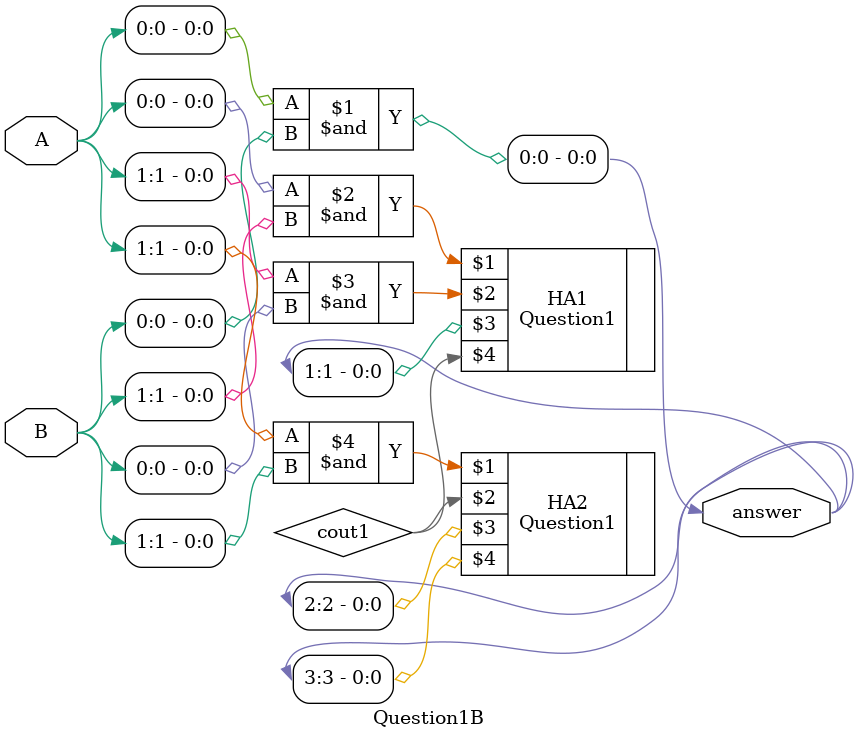
<source format=v>
`timescale 1ns / 1ps
module Question1B(A,B,answer);

input [1:0]A;
input [1:0]B;
output [3:0]answer;
wire cout1,cout2;

assign answer[0] = A[0] & B[0];
Question1 HA1((A[0] & B[1]) , (A[1] & B[0]) , answer[1] , cout1);
Question1 HA2((A[1] & B[1]) , cout1 , answer[2] , answer[3]);

endmodule

</source>
